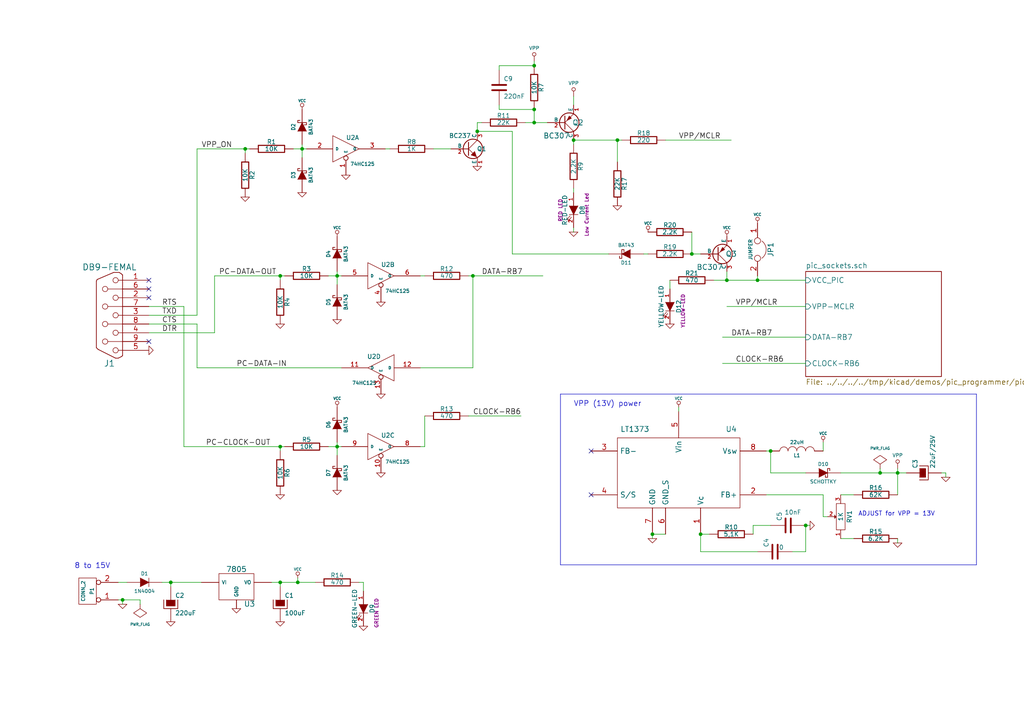
<source format=kicad_sch>
(kicad_sch (version 20230121) (generator eeschema)
  (paper "A4")
  (title_block (title "JDM - COM84 PIC Programmer with 13V DC/DC converter") (date "05 jan 2014") (rev "2") (company "KiCad"))
  (lib_symbols
    (symbol "pic_programmer-rescue:74LS125" (pin_names (offset 0.762))
      (property "Reference" "U" (at 0 2.54 0))
      (property "Value" "74LS125" (at 1.27 -3.81 0))
      (symbol "74LS125_0_0"
        (pin power_in line (at -3.81 3.81 270) (length 0) hide (name "VCC") (number "14"))
        (pin power_in line (at -3.81 -3.81 90) (length 0) hide (name "GND") (number "7"))
      )
      (symbol "74LS125_0_1"
        (polyline (pts (xy -3.81 3.81) (xy -3.81 -3.81) (xy 3.81 0) (xy -3.81 3.81)))
      )
      (symbol "74LS125_1_0"
        (pin input inverted (at 0 -7.62 90) (length 5.588) (name "E") (number "1"))
      )
      (symbol "74LS125_1_1"
        (pin input line (at -11.43 0 0) (length 7.62) (name "D") (number "2"))
        (pin tri_state line (at 11.43 0 180) (length 7.62) (name "O") (number "3"))
      )
      (symbol "74LS125_2_0"
        (pin input inverted (at 0 -7.62 90) (length 5.588) (name "E") (number "4"))
      )
      (symbol "74LS125_2_1"
        (pin input line (at -11.43 0 0) (length 7.62) (name "D") (number "5"))
        (pin tri_state line (at 11.43 0 180) (length 7.62) (name "O") (number "6"))
      )
      (symbol "74LS125_3_0"
        (pin input inverted (at 0 -7.62 90) (length 5.588) (name "E") (number "10"))
      )
      (symbol "74LS125_3_1"
        (pin tri_state line (at 11.43 0 180) (length 7.62) (name "O") (number "8"))
        (pin input line (at -11.43 0 0) (length 7.62) (name "D") (number "9"))
      )
      (symbol "74LS125_4_0"
        (pin input inverted (at 0 -7.62 90) (length 5.588) (name "E") (number "13"))
      )
      (symbol "74LS125_4_1"
        (pin tri_state line (at 11.43 0 180) (length 7.62) (name "O") (number "11"))
        (pin input line (at -11.43 0 0) (length 7.62) (name "D") (number "12"))
      )
    )
    (symbol "pic_programmer-rescue:7805" (pin_numbers hide) (pin_names (offset 0.762))
      (property "Reference" "U" (at 3.81 -4.9784 0))
      (property "Value" "7805" (at 0 5.08 0))
      (symbol "7805_0_1"
        (rectangle (start -5.08 -3.81) (end 5.08 3.81))
      )
      (symbol "7805_1_1"
        (pin input line (at 0 -6.35 90) (length 2.54) (name "GND") (number "GND"))
        (pin input line (at -10.16 1.27 0) (length 5.08) (name "VI") (number "VI"))
        (pin power_out line (at 10.16 1.27 180) (length 5.08) (name "VO") (number "VO"))
      )
    )
    (symbol "pic_programmer-rescue:C" (pin_numbers hide) (pin_names (offset 0.254))
      (property "Reference" "C" (at 0 2.54 0))
      (property "Value" "C" (at 0.1524 -2.159 0))
      (symbol "C_0_1"
        (polyline (pts (xy -2.032 -0.762) (xy 2.032 -0.762)) (stroke (width 0.508)))
        (polyline (pts (xy -2.032 0.762) (xy 2.032 0.762)) (stroke (width 0.508)))
      )
      (symbol "C_1_1"
        (pin passive line (at 0 5.08 270) (length 4.318) (name "~") (number "1"))
        (pin passive line (at 0 -5.08 90) (length 4.318) (name "~") (number "2"))
      )
    )
    (symbol "pic_programmer-rescue:CONN_2" (pin_names (offset 1.016) hide)
      (property "Reference" "P" (at -1.27 0 90))
      (property "Value" "CONN_2" (at 1.27 0 90))
      (symbol "CONN_2_0_1"
        (rectangle (start -2.54 3.81) (end 2.54 -3.81))
      )
      (symbol "CONN_2_1_1"
        (pin passive inverted (at -8.89 2.54 0) (length 6.35) (name "P1") (number "1"))
        (pin passive inverted (at -8.89 -2.54 0) (length 6.35) (name "PM") (number "2"))
      )
    )
    (symbol "pic_programmer-rescue:CP" (pin_numbers hide) (pin_names (offset 0.254) hide)
      (property "Reference" "C" (at 1.27 2.54 0))
      (property "Value" "CP" (at 1.27 -2.54 0))
      (symbol "CP_0_1"
        (polyline (pts (xy -2.032 1.27) (xy -2.032 -1.27) (xy 2.032 -1.27) (xy 2.032 1.27)) (stroke (width 0.2032)))
        (polyline (pts (xy -1.27 1.27) (xy -1.27 -0.508) (xy 1.27 -0.508) (xy 1.27 1.27)) (fill (type outline)))
      )
      (symbol "CP_1_1"
        (pin passive line (at 0 5.08 270) (length 3.81) (name "~") (number "1"))
        (pin passive line (at 0 -5.08 90) (length 3.81) (name "~") (number "2"))
      )
    )
    (symbol "pic_programmer-rescue:DB9" (pin_names (offset 1.016) hide)
      (property "Reference" "J" (at 0 13.97 0))
      (property "Value" "DB9" (at 0 -13.97 0))
      (symbol "DB9_0_1"
        (circle (center -1.778 -10.16) (radius 0.762))
        (circle (center -1.778 -5.08) (radius 0.762))
        (circle (center -1.778 0) (radius 0.762))
        (circle (center -1.778 5.08) (radius 0.762))
        (circle (center -1.778 10.16) (radius 0.762))
        (polyline (pts (xy -3.81 -11.684) (xy -3.81 11.684)) (stroke (width 0.2032)))
        (polyline (pts (xy -3.81 -11.6586) (xy -3.556 -11.938)) (stroke (width 0.2032)))
        (polyline (pts (xy -3.81 -10.16) (xy -2.54 -10.16)))
        (polyline (pts (xy -3.81 -7.62) (xy 0.508 -7.62)))
        (polyline (pts (xy -3.81 -5.08) (xy -2.54 -5.08)))
        (polyline (pts (xy -3.81 -2.54) (xy 0.508 -2.54)))
        (polyline (pts (xy -3.81 0) (xy -2.54 0)))
        (polyline (pts (xy -3.81 2.54) (xy 0.508 2.54)))
        (polyline (pts (xy -3.81 5.08) (xy -2.54 5.08)))
        (polyline (pts (xy -3.81 7.62) (xy 0.508 7.62)))
        (polyline (pts (xy -3.81 10.16) (xy -2.54 10.16)))
        (polyline (pts (xy -3.556 -11.938) (xy -2.794 -12.446)) (stroke (width 0.2032)))
        (polyline (pts (xy -3.556 11.938) (xy -3.81 11.684)) (stroke (width 0.2032)))
        (polyline (pts (xy -3.556 11.938) (xy -2.54 12.446)) (stroke (width 0.2032)))
        (polyline (pts (xy -2.794 -12.446) (xy -1.27 -12.446)) (stroke (width 0.2032)))
        (polyline (pts (xy -2.54 12.446) (xy -1.778 12.446)) (stroke (width 0.2032)))
        (polyline (pts (xy 3.2766 9.906) (xy -1.778 12.446)) (stroke (width 0.2032)))
        (polyline (pts (xy 3.2766 9.906) (xy 3.81 9.398)) (stroke (width 0.2032)))
        (polyline (pts (xy 3.556 -10.3886) (xy -1.27 -12.446)) (stroke (width 0.2032)))
        (polyline (pts (xy 3.81 -9.906) (xy 3.556 -10.3886)) (stroke (width 0.2032)))
        (polyline (pts (xy 3.81 9.398) (xy 3.81 -9.906)) (stroke (width 0.2032)))
        (circle (center 1.27 -7.62) (radius 0.762))
        (circle (center 1.27 -2.54) (radius 0.762))
        (circle (center 1.27 2.54) (radius 0.762))
        (circle (center 1.27 7.62) (radius 0.762))
      )
      (symbol "DB9_1_1"
        (pin passive line (at -11.43 -10.16 0) (length 7.62) (name "1") (number "1"))
        (pin passive line (at -11.43 -5.08 0) (length 7.62) (name "2") (number "2"))
        (pin passive line (at -11.43 0 0) (length 7.62) (name "3") (number "3"))
        (pin passive line (at -11.43 5.08 0) (length 7.62) (name "4") (number "4"))
        (pin passive line (at -11.43 10.16 0) (length 7.62) (name "5") (number "5"))
        (pin passive line (at -11.43 -7.62 0) (length 7.62) (name "P6") (number "6"))
        (pin passive line (at -11.43 -2.54 0) (length 7.62) (name "P7") (number "7"))
        (pin passive line (at -11.43 2.54 0) (length 7.62) (name "P8") (number "8"))
        (pin passive line (at -11.43 7.62 0) (length 7.62) (name "P9") (number "9"))
      )
    )
    (symbol "pic_programmer-rescue:DIODE" (pin_numbers hide) (pin_names (offset 1.016) hide)
      (property "Reference" "D" (at 0 2.54 0))
      (property "Value" "DIODE" (at 0 -2.54 0))
      (symbol "DIODE_0_1"
        (polyline (pts (xy 1.27 1.27) (xy 1.27 -1.27)) (stroke (width 0.1524)))
        (polyline (pts (xy -1.27 1.27) (xy 1.27 0) (xy -1.27 -1.27)) (fill (type outline)))
      )
      (symbol "DIODE_1_1"
        (pin passive line (at -5.08 0 0) (length 3.81) (name "A") (number "1"))
        (pin passive line (at 5.08 0 180) (length 3.81) (name "K") (number "2"))
      )
    )
    (symbol "pic_programmer-rescue:DIODESCH" (pin_numbers hide) (pin_names (offset 1.016) hide)
      (property "Reference" "D" (at 0 2.54 0))
      (property "Value" "DIODESCH" (at 0 -2.54 0))
      (symbol "DIODESCH_0_1"
        (polyline (pts (xy -1.27 1.27) (xy 1.27 0) (xy -1.27 -1.27)) (fill (type outline)))
        (polyline (pts (xy 1.905 0.635) (xy 1.905 1.27) (xy 1.27 1.27) (xy 1.27 -1.27) (xy 0.635 -1.27) (xy 0.635 -0.635)) (stroke (width 0.2032)))
      )
      (symbol "DIODESCH_1_1"
        (pin passive line (at -5.08 0 0) (length 3.81) (name "A") (number "1"))
        (pin passive line (at 5.08 0 180) (length 3.81) (name "K") (number "2"))
      )
    )
    (symbol "pic_programmer-rescue:GND" (power) (pin_names (offset 0))
      (symbol "GND_0_1"
        (polyline (pts (xy -1.27 0) (xy 0 -1.27) (xy 1.27 0) (xy -1.27 0)))
      )
      (symbol "GND_1_1"
        (pin power_in line (at 0 0 90) (length 0) hide (name "GND") (number "1"))
      )
    )
    (symbol "pic_programmer-rescue:INDUCTOR" (pin_numbers hide) (pin_names (offset 1.016) hide)
      (property "Reference" "L" (at -1.27 0 90))
      (property "Value" "INDUCTOR" (at 2.54 0 90))
      (symbol "INDUCTOR_0_1"
        (arc (start 0.0254 -5.0546) (mid 1.2449 -3.8097) (end 0.0254 -2.54))
        (arc (start 0.0254 -2.5146) (mid 1.2703 -1.2444) (end 0.0254 0.0508))
        (arc (start 0.0254 0.0254) (mid 1.2703 1.2956) (end 0.0254 2.5908))
        (arc (start 0.0254 2.5654) (mid 1.1941 3.7595) (end 0.0254 4.9784))
      )
      (symbol "INDUCTOR_1_1"
        (pin passive line (at 0 7.62 270) (length 2.54) (name "1") (number "1"))
        (pin passive line (at 0 -7.62 90) (length 2.54) (name "2") (number "2"))
      )
    )
    (symbol "pic_programmer-rescue:JUMPER" (pin_names (offset 0.762) hide)
      (property "Reference" "JP" (at 0 3.81 0))
      (property "Value" "JUMPER" (at 0 -2.032 0))
      (symbol "JUMPER_0_1"
        (circle (center -2.54 0) (radius 0.889))
        (arc (start 2.5146 1.27) (mid 0.0078 2.5097) (end -2.4892 1.27))
        (circle (center 2.54 0) (radius 0.889))
        (pin passive line (at -7.62 0 0) (length 4.191) (name "1") (number "1"))
        (pin passive line (at 7.62 0 180) (length 4.191) (name "2") (number "2"))
      )
    )
    (symbol "pic_programmer-rescue:LED" (pin_names (offset 1.016) hide)
      (property "Reference" "D" (at 0 2.54 0))
      (property "Value" "LED" (at 0 -2.54 0))
      (symbol "LED_0_1"
        (polyline (pts (xy 1.27 1.27) (xy 1.27 -1.27)))
        (polyline (pts (xy -1.27 1.27) (xy 1.27 0) (xy -1.27 -1.27)) (fill (type outline)))
        (polyline (pts (xy 1.651 -1.016) (xy 2.794 -2.032) (xy 2.667 -1.397)))
        (polyline (pts (xy 2.032 -0.635) (xy 3.175 -1.651) (xy 3.048 -1.016)))
      )
      (symbol "LED_1_1"
        (pin passive line (at -5.08 0 0) (length 3.81) (name "A") (number "1"))
        (pin passive line (at 5.08 0 180) (length 3.81) (name "K") (number "2"))
      )
    )
    (symbol "pic_programmer-rescue:LT1373" (pin_names (offset 0.762))
      (property "Reference" "U" (at 15.24 12.7 0))
      (property "Value" "LT1373" (at -12.7 12.7 0))
      (symbol "LT1373_0_1"
        (rectangle (start -17.78 -10.16) (end 17.78 10.16))
      )
      (symbol "LT1373_1_1"
        (pin input line (at 6.35 -17.78 90) (length 7.62) (name "Vc") (number "1"))
        (pin input line (at 25.4 -6.35 180) (length 7.62) (name "FB+") (number "2"))
        (pin passive line (at -25.4 6.35 0) (length 7.62) (name "FB-") (number "3"))
        (pin passive line (at -25.4 -6.35 0) (length 7.62) (name "S/S") (number "4"))
        (pin power_in line (at 0 17.78 270) (length 7.62) (name "Vin") (number "5"))
        (pin input line (at -3.81 -17.78 90) (length 7.62) (name "GND_S") (number "6"))
        (pin input line (at -7.62 -17.78 90) (length 7.62) (name "GND") (number "7"))
        (pin input line (at 25.4 6.35 180) (length 7.62) (name "Vsw") (number "8"))
      )
    )
    (symbol "pic_programmer-rescue:NPN" (pin_names (offset 0))
      (property "Reference" "Q" (at 0 -3.81 0))
      (property "Value" "NPN" (at 0 3.81 0))
      (symbol "NPN_0_1"
        (polyline (pts (xy 0 0) (xy 2.54 2.54)))
        (polyline (pts (xy 0 1.905) (xy 0 -1.905) (xy 0 -1.905)) (stroke (width 0.254)))
        (polyline (pts (xy 1.27 -1.27) (xy 0 0) (xy 0 0)))
        (polyline (pts (xy 2.286 -2.286) (xy 2.54 -2.54) (xy 2.54 -2.54)))
        (polyline (pts (xy 2.286 -2.286) (xy 1.778 -0.762) (xy 0.762 -1.778) (xy 2.286 -2.286) (xy 2.286 -2.286)) (fill (type outline)))
        (circle (center 1.27 0) (radius 2.8194) (stroke (width 0.254)))
      )
      (symbol "NPN_1_1"
        (pin passive line (at 2.54 -5.08 90) (length 2.54) (name "E") (number "1"))
        (pin input line (at -5.08 0 0) (length 5.08) (name "B") (number "2"))
        (pin passive line (at 2.54 5.08 270) (length 2.54) (name "C") (number "3"))
      )
    )
    (symbol "pic_programmer-rescue:PNP" (pin_names (offset 0))
      (property "Reference" "Q" (at 0 -3.81 0))
      (property "Value" "PNP" (at 0 3.81 0))
      (symbol "PNP_0_1"
        (polyline (pts (xy 0 0) (xy 2.54 2.54)))
        (polyline (pts (xy 0 1.905) (xy 0 -1.905) (xy 0 -1.905)) (stroke (width 0.254)) (fill (type outline)))
        (polyline (pts (xy 0.635 -0.635) (xy 0 0) (xy 0 0)))
        (polyline (pts (xy 2.54 -2.54) (xy 1.651 -1.651) (xy 1.651 -1.651)))
        (polyline (pts (xy 0.635 -0.635) (xy 1.27 -1.905) (xy 1.905 -1.27) (xy 0.635 -0.635) (xy 0.635 -0.635)) (fill (type outline)))
        (circle (center 1.27 0) (radius 2.8194) (stroke (width 0.254)))
      )
      (symbol "PNP_1_1"
        (pin passive line (at 2.54 -5.08 90) (length 2.54) (name "E") (number "1"))
        (pin input line (at -5.08 0 0) (length 5.08) (name "B") (number "2"))
        (pin passive line (at 2.54 5.08 270) (length 2.54) (name "C") (number "3"))
      )
    )
    (symbol "pic_programmer-rescue:POT" (pin_names (offset 1.016) hide)
      (property "Reference" "RV" (at 0 -2.54 0))
      (property "Value" "POT" (at 0 0 0))
      (symbol "POT_0_1"
        (rectangle (start -3.81 1.27) (end 3.81 -1.27))
        (polyline (pts (xy 0 1.27) (xy -0.508 1.778) (xy 0.508 1.778)) (fill (type outline)))
      )
      (symbol "POT_1_1"
        (pin passive line (at -6.35 0 0) (length 2.54) (name "1") (number "1"))
        (pin passive line (at 0 3.81 270) (length 2.032) (name "2") (number "2"))
        (pin passive line (at 6.35 0 180) (length 2.54) (name "3") (number "3"))
      )
    )
    (symbol "pic_programmer-rescue:PWR_FLAG" (power) (pin_numbers hide) (pin_names (offset 0) hide)
      (property "Value" "PWR_FLAG" (at 0 4.572 0))
      (symbol "PWR_FLAG_0_0"
        (pin power_out line (at 0 0 90) (length 0) (name "pwr") (number "1"))
      )
      (symbol "PWR_FLAG_0_1"
        (polyline (pts (xy 0 0) (xy 0 1.27) (xy -1.905 2.54) (xy 0 3.81) (xy 1.905 2.54) (xy 0 1.27)))
      )
    )
    (symbol "pic_programmer-rescue:R" (pin_numbers hide) (pin_names (offset 0))
      (property "Reference" "R" (at 2.032 0 90))
      (property "Value" "R" (at 0.1778 0.0254 90))
      (symbol "R_0_1"
        (rectangle (start -1.016 3.81) (end 1.016 -3.81) (stroke (width 0.3048)))
      )
      (symbol "R_1_1"
        (pin passive line (at 0 6.35 270) (length 2.54) (name "~") (number "1"))
        (pin passive line (at 0 -6.35 90) (length 2.54) (name "~") (number "2"))
      )
    )
    (symbol "pic_programmer-rescue:VCC" (power) (pin_names (offset 0))
      (property "Value" "VCC" (at 0 2.54 0))
      (symbol "VCC_0_0"
        (pin power_in line (at 0 0 90) (length 0) hide (name "VCC") (number "1"))
      )
      (symbol "VCC_0_1"
        (polyline (pts (xy 0 0) (xy 0 0.762) (xy 0 0.762)))
        (circle (center 0 1.27) (radius 0.508))
      )
    )
    (symbol "pic_programmer-rescue:VPP" (pin_names (offset 0))
      (property "Value" "VPP" (at 0 3.81 0))
      (symbol "VPP_0_0"
        (pin power_in line (at 0 0 90) (length 0) hide (name "VPP") (number "1"))
      )
      (symbol "VPP_0_1"
        (polyline (pts (xy 0 1.524) (xy 0 0)))
        (circle (center 0 2.032) (radius 0.508))
      )
    )
  )
  (junction (at 71.12 43.18))
  (junction (at 154.94 35.56))
  (junction (at 219.71 81.28))
  (junction (at 255.27 137.16))
  (junction (at 137.16 80.01))
  (junction (at 179.07 40.64))
  (junction (at 97.79 80.01))
  (junction (at 97.79 129.54))
  (junction (at 35.56 173.99))
  (junction (at 86.36 168.91))
  (junction (at 166.37 40.64))
  (junction (at 203.2 154.94))
  (junction (at 49.53 168.91))
  (junction (at 260.35 137.16))
  (junction (at 233.68 152.4))
  (junction (at 81.28 168.91))
  (junction (at 138.43 38.1))
  (junction (at 189.23 154.94))
  (junction (at 87.63 43.18))
  (junction (at 154.94 31.75))
  (junction (at 200.66 73.66))
  (junction (at 223.52 130.81))
  (junction (at 154.94 19.05))
  (junction (at 81.28 80.01))
  (junction (at 210.82 81.28))
  (junction (at 81.28 129.54))
  (no_connect (at 43.18 81.28))
  (no_connect (at 43.18 83.82))
  (no_connect (at 171.45 143.51))
  (no_connect (at 43.18 99.06))
  (no_connect (at 171.45 130.81))
  (no_connect (at 43.18 86.36))
  (wire (pts (xy 238.76 128.27) (xy 238.76 130.81)))
  (wire (pts (xy 137.16 80.01) (xy 157.48 80.01)))
  (wire (pts (xy 223.52 130.81) (xy 222.25 130.81)))
  (wire (pts (xy 97.79 80.01) (xy 99.06 80.01)))
  (wire (pts (xy 57.15 43.18) (xy 57.15 91.44)))
  (wire (pts (xy 247.65 156.21) (xy 243.84 156.21)))
  (wire (pts (xy 95.25 129.54) (xy 97.79 129.54)))
  (wire (pts (xy 87.63 43.18) (xy 88.9 43.18)))
  (wire (pts (xy 105.41 171.45) (xy 105.41 168.91)))
  (wire (pts (xy 138.43 35.56) (xy 138.43 38.1)))
  (polyline (pts (xy 283.21 114.3) (xy 162.56 114.3)))
  (wire (pts (xy 97.79 78.74) (xy 97.79 80.01)))
  (wire (pts (xy 274.32 137.16) (xy 273.05 137.16)))
  (wire (pts (xy 49.53 168.91) (xy 58.42 168.91)))
  (wire (pts (xy 151.13 120.65) (xy 135.89 120.65)))
  (wire (pts (xy 148.59 38.1) (xy 148.59 73.66)))
  (wire (pts (xy 200.66 73.66) (xy 200.66 67.31)))
  (wire (pts (xy 86.36 168.91) (xy 86.36 167.64)))
  (wire (pts (xy 53.34 88.9) (xy 43.18 88.9)))
  (wire (pts (xy 238.76 149.86) (xy 238.76 143.51)))
  (wire (pts (xy 166.37 30.48) (xy 166.37 27.94)))
  (wire (pts (xy 189.23 156.21) (xy 189.23 154.94)))
  (polyline (pts (xy 162.56 163.83) (xy 283.21 163.83)))
  (wire (pts (xy 233.68 137.16) (xy 223.52 137.16)))
  (wire (pts (xy 210.82 81.28) (xy 219.71 81.28)))
  (wire (pts (xy 187.96 73.66) (xy 186.69 73.66)))
  (wire (pts (xy 34.29 173.99) (xy 35.56 173.99)))
  (wire (pts (xy 81.28 129.54) (xy 82.55 129.54)))
  (wire (pts (xy 81.28 168.91) (xy 81.28 170.18)))
  (wire (pts (xy 71.12 44.45) (xy 71.12 43.18)))
  (wire (pts (xy 137.16 106.68) (xy 137.16 80.01)))
  (wire (pts (xy 144.78 31.75) (xy 154.94 31.75)))
  (wire (pts (xy 57.15 91.44) (xy 43.18 91.44)))
  (wire (pts (xy 46.99 168.91) (xy 49.53 168.91)))
  (wire (pts (xy 218.44 152.4) (xy 218.44 154.94)))
  (wire (pts (xy 81.28 80.01) (xy 82.55 80.01)))
  (wire (pts (xy 260.35 137.16) (xy 262.89 137.16)))
  (wire (pts (xy 247.65 143.51) (xy 243.84 143.51)))
  (wire (pts (xy 148.59 73.66) (xy 176.53 73.66)))
  (wire (pts (xy 53.34 129.54) (xy 53.34 88.9)))
  (wire (pts (xy 219.71 81.28) (xy 233.68 81.28)))
  (wire (pts (xy 205.74 154.94) (xy 203.2 154.94)))
  (wire (pts (xy 223.52 152.4) (xy 218.44 152.4)))
  (wire (pts (xy 57.15 106.68) (xy 57.15 93.98)))
  (wire (pts (xy 240.03 149.86) (xy 238.76 149.86)))
  (wire (pts (xy 166.37 66.04) (xy 166.37 67.31)))
  (wire (pts (xy 229.87 160.02) (xy 233.68 160.02)))
  (wire (pts (xy 97.79 128.27) (xy 97.79 129.54)))
  (wire (pts (xy 203.2 73.66) (xy 200.66 73.66)))
  (wire (pts (xy 255.27 135.89) (xy 255.27 137.16)))
  (wire (pts (xy 40.64 173.99) (xy 40.64 175.26)))
  (wire (pts (xy 260.35 135.89) (xy 260.35 137.16)))
  (wire (pts (xy 57.15 43.18) (xy 71.12 43.18)))
  (wire (pts (xy 260.35 137.16) (xy 260.35 143.51)))
  (wire (pts (xy 179.07 46.99) (xy 179.07 40.64)))
  (wire (pts (xy 87.63 43.18) (xy 87.63 45.72)))
  (wire (pts (xy 233.68 152.4) (xy 234.95 152.4)))
  (wire (pts (xy 87.63 41.91) (xy 87.63 43.18)))
  (wire (pts (xy 81.28 168.91) (xy 86.36 168.91)))
  (wire (pts (xy 166.37 40.64) (xy 166.37 41.91)))
  (wire (pts (xy 193.04 40.64) (xy 212.09 40.64)))
  (polyline (pts (xy 162.56 114.3) (xy 162.56 163.83)))
  (wire (pts (xy 207.01 81.28) (xy 210.82 81.28)))
  (wire (pts (xy 49.53 170.18) (xy 49.53 168.91)))
  (wire (pts (xy 144.78 31.75) (xy 144.78 30.48)))
  (wire (pts (xy 97.79 129.54) (xy 99.06 129.54)))
  (wire (pts (xy 62.23 96.52) (xy 62.23 80.01)))
  (wire (pts (xy 152.4 35.56) (xy 154.94 35.56)))
  (wire (pts (xy 210.82 81.28) (xy 210.82 78.74)))
  (wire (pts (xy 179.07 40.64) (xy 180.34 40.64)))
  (wire (pts (xy 194.31 83.82) (xy 194.31 81.28)))
  (wire (pts (xy 260.35 156.21) (xy 260.35 157.48)))
  (wire (pts (xy 144.78 20.32) (xy 144.78 19.05)))
  (wire (pts (xy 99.06 106.68) (xy 57.15 106.68)))
  (wire (pts (xy 53.34 129.54) (xy 81.28 129.54)))
  (wire (pts (xy 121.92 106.68) (xy 137.16 106.68)))
  (wire (pts (xy 97.79 129.54) (xy 97.79 132.08)))
  (wire (pts (xy 123.19 120.65) (xy 123.19 129.54)))
  (wire (pts (xy 138.43 38.1) (xy 148.59 38.1)))
  (wire (pts (xy 166.37 54.61) (xy 166.37 55.88)))
  (wire (pts (xy 243.84 137.16) (xy 255.27 137.16)))
  (wire (pts (xy 130.81 43.18) (xy 125.73 43.18)))
  (wire (pts (xy 113.03 43.18) (xy 111.76 43.18)))
  (wire (pts (xy 203.2 160.02) (xy 219.71 160.02)))
  (wire (pts (xy 255.27 137.16) (xy 260.35 137.16)))
  (wire (pts (xy 35.56 175.26) (xy 35.56 173.99)))
  (wire (pts (xy 123.19 129.54) (xy 121.92 129.54)))
  (wire (pts (xy 189.23 154.94) (xy 193.04 154.94)))
  (wire (pts (xy 233.68 97.79) (xy 209.55 97.79)))
  (wire (pts (xy 105.41 168.91) (xy 104.14 168.91)))
  (wire (pts (xy 154.94 19.05) (xy 154.94 17.78)))
  (wire (pts (xy 223.52 137.16) (xy 223.52 130.81)))
  (wire (pts (xy 203.2 154.94) (xy 203.2 160.02)))
  (wire (pts (xy 123.19 80.01) (xy 121.92 80.01)))
  (wire (pts (xy 154.94 35.56) (xy 158.75 35.56)))
  (wire (pts (xy 166.37 40.64) (xy 179.07 40.64)))
  (wire (pts (xy 196.85 119.38) (xy 196.85 118.11)))
  (wire (pts (xy 135.89 80.01) (xy 137.16 80.01)))
  (wire (pts (xy 85.09 43.18) (xy 87.63 43.18)))
  (wire (pts (xy 78.74 168.91) (xy 81.28 168.91)))
  (wire (pts (xy 274.32 138.43) (xy 274.32 137.16)))
  (wire (pts (xy 62.23 96.52) (xy 43.18 96.52)))
  (wire (pts (xy 43.18 93.98) (xy 57.15 93.98)))
  (wire (pts (xy 81.28 130.81) (xy 81.28 129.54)))
  (wire (pts (xy 210.82 88.9) (xy 233.68 88.9)))
  (wire (pts (xy 71.12 43.18) (xy 72.39 43.18)))
  (wire (pts (xy 86.36 168.91) (xy 91.44 168.91)))
  (wire (pts (xy 144.78 19.05) (xy 154.94 19.05)))
  (wire (pts (xy 95.25 80.01) (xy 97.79 80.01)))
  (wire (pts (xy 219.71 80.01) (xy 219.71 81.28)))
  (wire (pts (xy 233.68 105.41) (xy 209.55 105.41)))
  (wire (pts (xy 154.94 31.75) (xy 154.94 35.56)))
  (wire (pts (xy 62.23 80.01) (xy 81.28 80.01)))
  (wire (pts (xy 97.79 80.01) (xy 97.79 82.55)))
  (wire (pts (xy 238.76 143.51) (xy 222.25 143.51)))
  (polyline (pts (xy 283.21 114.3) (xy 283.21 163.83)))
  (wire (pts (xy 233.68 160.02) (xy 233.68 152.4)))
  (wire (pts (xy 81.28 81.28) (xy 81.28 80.01)))
  (wire (pts (xy 35.56 173.99) (xy 40.64 173.99)))
  (wire (pts (xy 138.43 35.56) (xy 139.7 35.56)))
  (wire (pts (xy 36.83 168.91) (xy 34.29 168.91)))
  (text "VPP (13V) power" (at 166.37 118.11 0) (effects (font (size 1.524 1.524)) (justify left bottom)))
  (text "8 to 15V" (at 21.59 165.1 0) (effects (font (size 1.524 1.524)) (justify left bottom)))
  (text "ADJUST for VPP = 13V" (at 248.92 149.86 0) (effects (font (size 1.27 1.27)) (justify left bottom)))
  (label "VPP/MCLR" (at 213.36 88.9 0) (effects (font (size 1.524 1.524))))
  (label "CLOCK-RB6" (at 213.36 105.41 0) (effects (font (size 1.524 1.524))))
  (label "VPP/MCLR" (at 196.85 40.64 0) (effects (font (size 1.524 1.524))))
  (label "DATA-RB7" (at 139.7 80.01 0) (effects (font (size 1.524 1.524))))
  (label "PC-DATA-IN" (at 68.58 106.68 0) (effects (font (size 1.524 1.524))))
  (label "VPP_ON" (at 58.42 43.18 0) (effects (font (size 1.524 1.524))))
  (label "DATA-RB7" (at 212.09 97.79 0) (effects (font (size 1.524 1.524))))
  (label "PC-DATA-OUT" (at 63.5 80.01 0) (effects (font (size 1.524 1.524))))
  (label "CTS" (at 46.99 93.98 0) (effects (font (size 1.524 1.524))))
  (label "DTR" (at 46.99 96.52 0) (effects (font (size 1.524 1.524))))
  (label "RTS" (at 46.99 88.9 0) (effects (font (size 1.524 1.524))))
  (label "CLOCK-RB6" (at 137.16 120.65 0) (effects (font (size 1.524 1.524))))
  (label "PC-CLOCK-OUT" (at 59.69 129.54 0) (effects (font (size 1.524 1.524))))
  (label "TXD" (at 46.99 91.44 0) (effects (font (size 1.524 1.524))))
  (symbol (lib_id "pic_programmer-rescue:DB9") (at 31.75 91.44 180) (unit 1)
    (property "Reference" "J1" (at 31.75 105.41 0) (effects (font (size 1.778 1.778))))
    (property "Value" "DB9-FEMAL" (at 31.75 77.47 0) (effects (font (size 1.778 1.778))))
  )
  (symbol (lib_id "pic_programmer-rescue:74LS125") (at 100.33 43.18 0) (unit 1)
    (property "Reference" "U2" (at 100.33 40.64 0) (effects (justify left bottom)))
    (property "Value" "74HC125" (at 101.6 46.99 0) (effects (font (size 1.016 1.016)) (justify left top)))
  )
  (symbol (lib_id "pic_programmer-rescue:R") (at 78.74 43.18 90) (unit 1)
    (property "Reference" "R1" (at 78.74 41.148 90))
    (property "Value" "10K" (at 78.74 43.18 90))
  )
  (symbol (lib_id "pic_programmer-rescue:R") (at 71.12 50.8 0) (unit 1)
    (property "Reference" "R2" (at 73.152 50.8 90))
    (property "Value" "10K" (at 71.12 50.8 90))
  )
  (symbol (lib_id "pic_programmer-rescue:DIODESCH") (at 87.63 36.83 90) (unit 1)
    (property "Reference" "D2" (at 85.09 36.83 0) (effects (font (size 1.016 1.016))))
    (property "Value" "BAT43" (at 90.17 36.83 0) (effects (font (size 1.016 1.016))))
  )
  (symbol (lib_id "pic_programmer-rescue:DIODESCH") (at 87.63 50.8 90) (unit 1)
    (property "Reference" "D3" (at 85.09 50.8 0) (effects (font (size 1.016 1.016))))
    (property "Value" "BAT43" (at 90.17 50.8 0) (effects (font (size 1.016 1.016))))
  )
  (symbol (lib_id "pic_programmer-rescue:GND") (at 100.33 50.8 0) (unit 1)
    (property "Reference" "#PWR035" (effects hide))
    (property "Value" "GND" (effects hide))
  )
  (symbol (lib_id "pic_programmer-rescue:GND") (at 87.63 55.88 0) (unit 1)
    (property "Reference" "#PWR034" (effects hide))
    (property "Value" "GND" (effects hide))
  )
  (symbol (lib_id "pic_programmer-rescue:VCC") (at 87.63 31.75 0) (unit 1)
    (property "Reference" "#PWR033" (effects hide))
    (property "Value" "VCC" (at 87.63 29.21 0) (effects (font (size 0.762 0.762))))
  )
  (symbol (lib_id "pic_programmer-rescue:74LS125") (at 110.49 80.01 0) (unit 2)
    (property "Reference" "U2" (at 110.49 77.47 0) (effects (justify left bottom)))
    (property "Value" "74HC125" (at 111.76 83.82 0) (effects (font (size 1.016 1.016)) (justify left top)))
  )
  (symbol (lib_id "pic_programmer-rescue:R") (at 88.9 80.01 90) (unit 1)
    (property "Reference" "R3" (at 88.9 77.978 90))
    (property "Value" "10K" (at 88.9 80.01 90))
  )
  (symbol (lib_id "pic_programmer-rescue:R") (at 81.28 87.63 0) (unit 1)
    (property "Reference" "R4" (at 83.312 87.63 90))
    (property "Value" "10K" (at 81.28 87.63 90))
  )
  (symbol (lib_id "pic_programmer-rescue:DIODESCH") (at 97.79 73.66 90) (unit 1)
    (property "Reference" "D4" (at 95.25 73.66 0) (effects (font (size 1.016 1.016))))
    (property "Value" "BAT43" (at 100.33 73.66 0) (effects (font (size 1.016 1.016))))
  )
  (symbol (lib_id "pic_programmer-rescue:DIODESCH") (at 97.79 87.63 90) (unit 1)
    (property "Reference" "D5" (at 95.25 87.63 0) (effects (font (size 1.016 1.016))))
    (property "Value" "BAT43" (at 100.33 87.63 0) (effects (font (size 1.016 1.016))))
  )
  (symbol (lib_id "pic_programmer-rescue:GND") (at 110.49 87.63 0) (unit 1)
    (property "Reference" "#PWR032" (effects hide))
    (property "Value" "GND" (effects hide))
  )
  (symbol (lib_id "pic_programmer-rescue:GND") (at 97.79 92.71 0) (unit 1)
    (property "Reference" "#PWR031" (effects hide))
    (property "Value" "GND" (effects hide))
  )
  (symbol (lib_id "pic_programmer-rescue:VCC") (at 97.79 68.58 0) (unit 1)
    (property "Reference" "#PWR030" (effects hide))
    (property "Value" "VCC" (at 97.79 66.04 0) (effects (font (size 0.762 0.762))))
  )
  (symbol (lib_id "pic_programmer-rescue:74LS125") (at 110.49 129.54 0) (unit 3)
    (property "Reference" "U2" (at 110.49 127 0) (effects (justify left bottom)))
    (property "Value" "74HC125" (at 111.76 133.35 0) (effects (font (size 1.016 1.016)) (justify left top)))
  )
  (symbol (lib_id "pic_programmer-rescue:R") (at 88.9 129.54 90) (unit 1)
    (property "Reference" "R5" (at 88.9 127.508 90))
    (property "Value" "10K" (at 88.9 129.54 90))
  )
  (symbol (lib_id "pic_programmer-rescue:R") (at 81.28 137.16 0) (unit 1)
    (property "Reference" "R6" (at 83.312 137.16 90))
    (property "Value" "10K" (at 81.28 137.16 90))
  )
  (symbol (lib_id "pic_programmer-rescue:DIODESCH") (at 97.79 123.19 90) (unit 1)
    (property "Reference" "D6" (at 95.25 123.19 0) (effects (font (size 1.016 1.016))))
    (property "Value" "BAT43" (at 100.33 123.19 0) (effects (font (size 1.016 1.016))))
  )
  (symbol (lib_id "pic_programmer-rescue:DIODESCH") (at 97.79 137.16 90) (unit 1)
    (property "Reference" "D7" (at 95.25 137.16 0) (effects (font (size 1.016 1.016))))
    (property "Value" "BAT43" (at 100.33 137.16 0) (effects (font (size 1.016 1.016))))
  )
  (symbol (lib_id "pic_programmer-rescue:GND") (at 110.49 137.16 0) (unit 1)
    (property "Reference" "#PWR029" (effects hide))
    (property "Value" "GND" (effects hide))
  )
  (symbol (lib_id "pic_programmer-rescue:GND") (at 97.79 142.24 0) (unit 1)
    (property "Reference" "#PWR028" (effects hide))
    (property "Value" "GND" (effects hide))
  )
  (symbol (lib_id "pic_programmer-rescue:VCC") (at 97.79 118.11 0) (unit 1)
    (property "Reference" "#PWR027" (effects hide))
    (property "Value" "VCC" (at 97.79 115.57 0) (effects (font (size 0.762 0.762))))
  )
  (symbol (lib_id "pic_programmer-rescue:74LS125") (at 110.49 106.68 0) (mirror y) (unit 4)
    (property "Reference" "U2" (at 110.49 104.14 0) (effects (justify left bottom)))
    (property "Value" "74HC125" (at 109.22 110.49 0) (effects (font (size 1.016 1.016)) (justify left top)))
  )
  (symbol (lib_id "pic_programmer-rescue:GND") (at 110.49 114.3 0) (unit 1)
    (property "Reference" "#PWR026" (effects hide))
    (property "Value" "GND" (effects hide))
  )
  (symbol (lib_id "pic_programmer-rescue:R") (at 129.54 80.01 90) (unit 1)
    (property "Reference" "R12" (at 129.54 77.978 90))
    (property "Value" "470" (at 129.54 80.01 90))
  )
  (symbol (lib_id "pic_programmer-rescue:R") (at 129.54 120.65 90) (unit 1)
    (property "Reference" "R13" (at 129.54 118.618 90))
    (property "Value" "470" (at 129.54 120.65 90))
  )
  (symbol (lib_id "pic_programmer-rescue:R") (at 119.38 43.18 90) (unit 1)
    (property "Reference" "R8" (at 119.38 41.148 90))
    (property "Value" "1K" (at 119.38 43.18 90))
  )
  (symbol (lib_id "pic_programmer-rescue:GND") (at 81.28 93.98 0) (unit 1)
    (property "Reference" "#PWR025" (effects hide))
    (property "Value" "GND" (effects hide))
  )
  (symbol (lib_id "pic_programmer-rescue:GND") (at 81.28 143.51 0) (unit 1)
    (property "Reference" "#PWR024" (effects hide))
    (property "Value" "GND" (effects hide))
  )
  (symbol (lib_id "pic_programmer-rescue:GND") (at 71.12 57.15 0) (unit 1)
    (property "Reference" "#PWR023" (effects hide))
    (property "Value" "GND" (effects hide))
  )
  (symbol (lib_id "pic_programmer-rescue:GND") (at 43.18 101.6 90) (unit 1)
    (property "Reference" "#PWR022" (effects hide))
    (property "Value" "GND" (effects hide))
  )
  (symbol (lib_id "pic_programmer-rescue:NPN") (at 135.89 43.18 0) (unit 1)
    (property "Reference" "Q1" (at 139.7 43.18 0))
    (property "Value" "BC237" (at 133.4008 39.37 0))
  )
  (symbol (lib_id "pic_programmer-rescue:GND") (at 138.43 48.26 0) (unit 1)
    (property "Reference" "#PWR021" (effects hide))
    (property "Value" "GND" (effects hide))
  )
  (symbol (lib_id "pic_programmer-rescue:R") (at 146.05 35.56 90) (unit 1)
    (property "Reference" "R11" (at 146.05 33.528 90))
    (property "Value" "22K" (at 146.05 35.56 90))
  )
  (symbol (lib_id "pic_programmer-rescue:R") (at 154.94 25.4 0) (unit 1)
    (property "Reference" "R7" (at 156.972 25.4 90))
    (property "Value" "10K" (at 154.94 25.4 90))
  )
  (symbol (lib_id "pic_programmer-rescue:PNP") (at 163.83 35.56 0) (mirror x) (unit 1)
    (property "Reference" "Q2" (at 167.64 35.56 0) (effects (font (size 1.524 1.524))))
    (property "Value" "BC307" (at 161.3916 39.37 0) (effects (font (size 1.524 1.524))))
  )
  (symbol (lib_id "pic_programmer-rescue:VPP") (at 154.94 17.78 0) (unit 1)
    (property "Reference" "#PWR22" (effects hide))
    (property "Value" "VPP" (at 154.94 13.97 0) (effects (font (size 1.016 1.016))))
  )
  (symbol (lib_id "pic_programmer-rescue:VPP") (at 166.37 27.94 0) (unit 1)
    (property "Reference" "#PWR23" (effects hide))
    (property "Value" "VPP" (at 166.37 24.13 0) (effects (font (size 1.016 1.016))))
  )
  (symbol (lib_id "pic_programmer-rescue:R") (at 166.37 48.26 0) (unit 1)
    (property "Reference" "R9" (at 168.402 48.26 90))
    (property "Value" "2.2K" (at 166.37 48.26 90))
  )
  (symbol (lib_id "pic_programmer-rescue:LED") (at 166.37 60.96 270) (unit 1)
    (property "Reference" "D8" (at 168.91 60.96 0))
    (property "Value" "RED-LED" (at 163.83 60.96 0))
    (property "Champ4" "Low Current Led" (at 170.18 62.23 0) (effects (font (size 1.016 1.016))))
    (property "Champ5" "RED LED" (at 162.56 60.96 0) (effects (font (size 1.016 1.016))))
  )
  (symbol (lib_id "pic_programmer-rescue:CONN_2") (at 25.4 171.45 180) (unit 1)
    (property "Reference" "P1" (at 26.67 171.45 90) (effects (font (size 1.016 1.016))))
    (property "Value" "CONN_2" (at 24.13 171.45 90) (effects (font (size 1.016 1.016))))
  )
  (symbol (lib_id "pic_programmer-rescue:DIODE") (at 41.91 168.91 0) (unit 1)
    (property "Reference" "D1" (at 41.91 166.37 0) (effects (font (size 1.016 1.016))))
    (property "Value" "1N4004" (at 41.91 171.45 0) (effects (font (size 1.016 1.016))))
  )
  (symbol (lib_id "pic_programmer-rescue:GND") (at 35.56 175.26 0) (unit 1)
    (property "Reference" "#PWR020" (effects hide))
    (property "Value" "GND" (effects hide))
  )
  (symbol (lib_id "pic_programmer-rescue:CP") (at 49.53 175.26 0) (unit 1)
    (property "Reference" "C2" (at 50.8 172.72 0) (effects (justify left)))
    (property "Value" "220uF" (at 50.8 177.8 0) (effects (justify left)))
  )
  (symbol (lib_id "pic_programmer-rescue:GND") (at 49.53 180.34 0) (unit 1)
    (property "Reference" "#PWR019" (effects hide))
    (property "Value" "GND" (effects hide))
  )
  (symbol (lib_id "pic_programmer-rescue:7805") (at 68.58 170.18 0) (unit 1)
    (property "Reference" "U3" (at 72.39 175.1584 0) (effects (font (size 1.524 1.524))))
    (property "Value" "7805" (at 68.58 165.1 0) (effects (font (size 1.524 1.524))))
  )
  (symbol (lib_id "pic_programmer-rescue:GND") (at 68.58 176.53 0) (unit 1)
    (property "Reference" "#PWR018" (effects hide))
    (property "Value" "GND" (effects hide))
  )
  (symbol (lib_id "pic_programmer-rescue:CP") (at 81.28 175.26 0) (unit 1)
    (property "Reference" "C1" (at 82.55 172.72 0) (effects (justify left)))
    (property "Value" "100uF" (at 82.55 177.8 0) (effects (justify left)))
  )
  (symbol (lib_id "pic_programmer-rescue:GND") (at 81.28 180.34 0) (unit 1)
    (property "Reference" "#PWR017" (effects hide))
    (property "Value" "GND" (effects hide))
  )
  (symbol (lib_id "pic_programmer-rescue:R") (at 97.79 168.91 90) (unit 1)
    (property "Reference" "R14" (at 97.79 166.878 90))
    (property "Value" "470" (at 97.79 168.91 90))
  )
  (symbol (lib_id "pic_programmer-rescue:LED") (at 105.41 176.53 270) (unit 1)
    (property "Reference" "D9" (at 107.95 176.53 0))
    (property "Value" "GREEN-LED" (at 102.87 176.53 0))
    (property "Champ4" "GREEN LED" (at 109.22 177.8 0) (effects (font (size 1.016 1.016))))
  )
  (symbol (lib_id "pic_programmer-rescue:GND") (at 105.41 181.61 0) (unit 1)
    (property "Reference" "#PWR016" (effects hide))
    (property "Value" "GND" (effects hide))
  )
  (symbol (lib_id "pic_programmer-rescue:VCC") (at 86.36 167.64 0) (unit 1)
    (property "Reference" "#PWR015" (effects hide))
    (property "Value" "VCC" (at 86.36 165.1 0) (effects (font (size 0.762 0.762))))
  )
  (symbol (lib_id "pic_programmer-rescue:R") (at 179.07 53.34 0) (unit 1)
    (property "Reference" "R17" (at 181.102 53.34 90))
    (property "Value" "22K" (at 179.07 53.34 90))
  )
  (symbol (lib_id "pic_programmer-rescue:GND") (at 179.07 59.69 0) (unit 1)
    (property "Reference" "#PWR014" (effects hide))
    (property "Value" "GND" (effects hide))
  )
  (symbol (lib_id "pic_programmer-rescue:INDUCTOR") (at 231.14 130.81 90) (unit 1)
    (property "Reference" "L1" (at 231.14 132.08 90) (effects (font (size 1.016 1.016))))
    (property "Value" "22uH" (at 231.14 128.27 90) (effects (font (size 1.016 1.016))))
  )
  (symbol (lib_id "pic_programmer-rescue:VCC") (at 196.85 118.11 0) (unit 1)
    (property "Reference" "#PWR013" (effects hide))
    (property "Value" "VCC" (at 196.85 115.57 0) (effects (font (size 0.762 0.762))))
  )
  (symbol (lib_id "pic_programmer-rescue:GND") (at 189.23 156.21 0) (unit 1)
    (property "Reference" "#PWR012" (effects hide))
    (property "Value" "GND" (effects hide))
  )
  (symbol (lib_id "pic_programmer-rescue:VPP") (at 260.35 135.89 0) (unit 1)
    (property "Reference" "#PWR34" (effects hide))
    (property "Value" "VPP" (at 260.35 132.08 0) (effects (font (size 1.016 1.016))))
  )
  (symbol (lib_id "pic_programmer-rescue:CP") (at 267.97 137.16 90) (unit 1)
    (property "Reference" "C3" (at 265.43 135.89 0) (effects (justify left)))
    (property "Value" "22uF/25V" (at 270.51 135.89 0) (effects (justify left)))
  )
  (symbol (lib_id "pic_programmer-rescue:GND") (at 274.32 138.43 0) (unit 1)
    (property "Reference" "#PWR011" (effects hide))
    (property "Value" "GND" (effects hide))
  )
  (symbol (lib_id "pic_programmer-rescue:VCC") (at 238.76 128.27 0) (unit 1)
    (property "Reference" "#PWR010" (effects hide))
    (property "Value" "VCC" (at 238.76 125.73 0) (effects (font (size 0.762 0.762))))
  )
  (symbol (lib_id "pic_programmer-rescue:PWR_FLAG") (at 255.27 135.89 0) (unit 1)
    (property "Reference" "#FLG09" (effects hide))
    (property "Value" "PWR_FLAG" (at 255.27 130.048 0) (effects (font (size 0.762 0.762))))
  )
  (symbol (lib_id "pic_programmer-rescue:C") (at 228.6 152.4 90) (unit 1)
    (property "Reference" "C5" (at 226.06 151.13 0) (effects (justify left)))
    (property "Value" "10nF" (at 232.41 148.59 90) (effects (justify left)))
  )
  (symbol (lib_id "pic_programmer-rescue:GND") (at 234.95 152.4 90) (unit 1)
    (property "Reference" "#PWR08" (effects hide))
    (property "Value" "GND" (effects hide))
  )
  (symbol (lib_id "pic_programmer-rescue:R") (at 254 156.21 90) (unit 1)
    (property "Reference" "R15" (at 254 154.178 90))
    (property "Value" "6.2K" (at 254 156.21 90))
  )
  (symbol (lib_id "pic_programmer-rescue:R") (at 254 143.51 90) (unit 1)
    (property "Reference" "R16" (at 254 141.478 90))
    (property "Value" "62K" (at 254 143.51 90))
  )
  (symbol (lib_id "pic_programmer-rescue:GND") (at 260.35 157.48 0) (unit 1)
    (property "Reference" "#PWR07" (effects hide))
    (property "Value" "GND" (effects hide))
  )
  (symbol (lib_id "pic_programmer-rescue:LT1373") (at 196.85 137.16 0) (unit 1)
    (property "Reference" "U4" (at 212.09 124.46 0) (effects (font (size 1.524 1.524))))
    (property "Value" "LT1373" (at 184.15 124.46 0) (effects (font (size 1.524 1.524))))
  )
  (symbol (lib_id "pic_programmer-rescue:C") (at 224.79 160.02 90) (unit 1)
    (property "Reference" "C4" (at 222.25 158.75 0) (effects (justify left)))
    (property "Value" "0" (at 227.33 158.75 90) (effects (justify left)))
  )
  (symbol (lib_id "pic_programmer-rescue:R") (at 212.09 154.94 90) (unit 1)
    (property "Reference" "R10" (at 212.09 152.908 90))
    (property "Value" "5,1K" (at 212.09 154.94 90))
  )
  (symbol (lib_id "pic_programmer-rescue:DIODESCH") (at 238.76 137.16 0) (unit 1)
    (property "Reference" "D10" (at 238.76 134.62 0) (effects (font (size 1.016 1.016))))
    (property "Value" "SCHOTTKY" (at 238.76 139.7 0) (effects (font (size 1.016 1.016))))
  )
  (symbol (lib_id "pic_programmer-rescue:PWR_FLAG") (at 40.64 175.26 180) (unit 1)
    (property "Reference" "#FLG06" (effects hide))
    (property "Value" "PWR_FLAG" (at 40.64 181.102 0) (effects (font (size 0.762 0.762))))
  )
  (symbol (lib_id "pic_programmer-rescue:GND") (at 166.37 67.31 0) (unit 1)
    (property "Reference" "#PWR05" (effects hide))
    (property "Value" "GND" (effects hide))
  )
  (symbol (lib_id "pic_programmer-rescue:R") (at 186.69 40.64 90) (unit 1)
    (property "Reference" "R18" (at 186.69 38.608 90))
    (property "Value" "220" (at 186.69 40.64 90))
  )
  (symbol (lib_id "pic_programmer-rescue:POT") (at 243.84 149.86 90) (unit 1)
    (property "Reference" "RV1" (at 246.38 149.86 0))
    (property "Value" "1K" (at 243.84 149.86 0))
  )
  (symbol (lib_id "pic_programmer-rescue:VCC") (at 187.96 67.31 0) (unit 1)
    (property "Reference" "#PWR04" (effects hide))
    (property "Value" "VCC" (at 187.96 64.77 0) (effects (font (size 0.762 0.762))))
  )
  (symbol (lib_id "pic_programmer-rescue:PNP") (at 208.28 73.66 0) (mirror x) (unit 1)
    (property "Reference" "Q3" (at 212.09 73.66 0) (effects (font (size 1.524 1.524))))
    (property "Value" "BC307" (at 205.8416 77.47 0) (effects (font (size 1.524 1.524))))
  )
  (symbol (lib_id "pic_programmer-rescue:R") (at 194.31 73.66 90) (unit 1)
    (property "Reference" "R19" (at 194.31 71.628 90))
    (property "Value" "2.2K" (at 194.31 73.66 90))
  )
  (symbol (lib_id "pic_programmer-rescue:R") (at 194.31 67.31 90) (unit 1)
    (property "Reference" "R20" (at 194.31 65.278 90))
    (property "Value" "2.2K" (at 194.31 67.31 90))
  )
  (symbol (lib_id "pic_programmer-rescue:R") (at 200.66 81.28 90) (unit 1)
    (property "Reference" "R21" (at 200.66 79.248 90))
    (property "Value" "470" (at 200.66 81.28 90))
  )
  (symbol (lib_id "pic_programmer-rescue:LED") (at 194.31 88.9 270) (unit 1)
    (property "Reference" "D12" (at 196.85 88.9 0))
    (property "Value" "YELLOW-LED" (at 191.77 88.9 0))
    (property "Champ4" "YELLOW-LED" (at 198.12 90.17 0) (effects (font (size 1.016 1.016))))
  )
  (symbol (lib_id "pic_programmer-rescue:GND") (at 194.31 93.98 0) (unit 1)
    (property "Reference" "#PWR03" (effects hide))
    (property "Value" "GND" (effects hide))
  )
  (symbol (lib_id "pic_programmer-rescue:VCC") (at 210.82 68.58 0) (unit 1)
    (property "Reference" "#PWR02" (effects hide))
    (property "Value" "VCC" (at 210.82 66.04 0) (effects (font (size 0.762 0.762))))
  )
  (symbol (lib_id "pic_programmer-rescue:DIODESCH") (at 181.61 73.66 180) (unit 1)
    (property "Reference" "D11" (at 181.61 76.2 0) (effects (font (size 1.016 1.016))))
    (property "Value" "BAT43" (at 181.61 71.12 0) (effects (font (size 1.016 1.016))))
  )
  (symbol (lib_id "pic_programmer-rescue:JUMPER") (at 219.71 72.39 270) (unit 1)
    (property "Reference" "JP1" (at 223.52 72.39 0) (effects (font (size 1.524 1.524))))
    (property "Value" "JUMPER" (at 217.678 72.39 0) (effects (font (size 1.016 1.016))))
  )
  (symbol (lib_id "pic_programmer-rescue:VCC") (at 219.71 64.77 0) (unit 1)
    (property "Reference" "#PWR01" (effects hide))
    (property "Value" "VCC" (at 219.71 62.23 0) (effects (font (size 0.762 0.762))))
  )
  (symbol (lib_id "pic_programmer-rescue:C") (at 144.78 25.4 0) (unit 1)
    (property "Reference" "C9" (at 146.05 22.86 0) (effects (justify left)))
    (property "Value" "22OnF" (at 146.05 27.94 0) (effects (justify left)))
  )
  (sheet (at 233.68 78.74) (size 39.37 30.48)
    (property "Sheetname" "pic_sockets.sch" (at 233.68 77.9014 0) (effects (font (size 1.524 1.524)) (justify left bottom)))
    (property "Sheetfile" "../../../../tmp/kicad/demos/pic_programmer/pic_sockets.sch" (at 233.68 109.9062 0) (effects (font (size 1.524 1.524)) (justify left top)))
    (pin "VPP-MCLR" input (at 233.68 88.9 180) (effects (font (size 1.524 1.524))))
    (pin "CLOCK-RB6" input (at 233.68 105.41 180) (effects (font (size 1.524 1.524))))
    (pin "DATA-RB7" input (at 233.68 97.79 180) (effects (font (size 1.524 1.524))))
    (pin "VCC_PIC" input (at 233.68 81.28 180) (effects (font (size 1.524 1.524))))
  )
)
</source>
